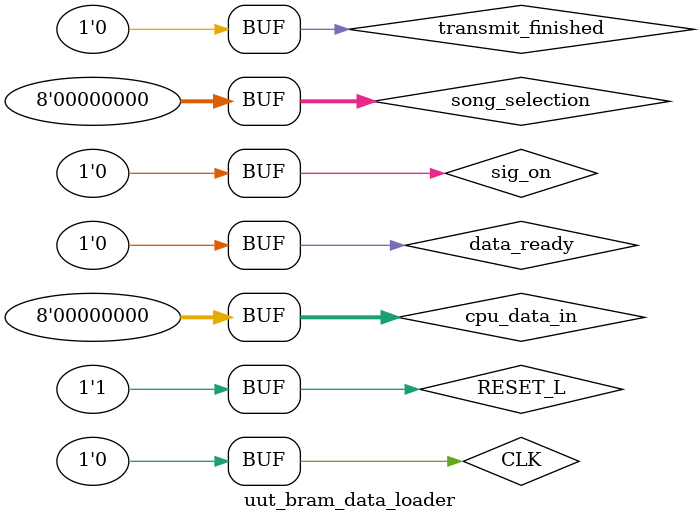
<source format=v>


`timescale 10ns / 1ps

module uut_bram_data_loader #
(
	parameter addr_width = 13,
	parameter data_width_in_byte = 3,
	parameter [7:0] static_init_aux_info = 8'b00000000,
	parameter restarting_timeout = 1000000
)
();
	// BRAM¡£
	wire [addr_width - 1 : 0] bram_addr_w;
	wire [data_width_in_byte * 8 - 1 : 0] bram_data_in;
	wire bram_en_w;

	// ¿ØÖÆ¡£
	reg sig_on;
	wire sig_done;

	// CPU Êý¾Ý½»»¥¡£
	wire restart;
	wire [7:0] init_index;
	wire [7:0] init_aux_info;
	wire request_data;
	reg data_ready;
	reg [7:0] cpu_data_in;
	reg transmit_finished;

	// Íâ²¿ÐÅÏ¢¡£
	reg [7:0] song_selection;

	// ¸´Î»ÓëÊ±ÖÓ¡£
	reg RESET_L;
	reg CLK;

	bram_data_loader_t #
	(
		.addr_width(addr_width),
		.data_width_in_byte (data_width_in_byte ),
		.static_init_aux_info(static_init_aux_info),
		.restarting_timeout(restarting_timeout)
	) U1 (
		.bram_addr_w(bram_addr_w),
		.bram_data_in(bram_data_in),
		.bram_en_w(bram_en_w),
		.sig_on(sig_on),
		.sig_done(sig_done),
		.restart(restart),
		.init_index(init_index),
		.init_aux_info(init_aux_info),
		.request_data(request_data),
		.data_ready(data_ready),
		.cpu_data_in(cpu_data_in),
		.transmit_finished(transmit_finished),
		.song_selection(song_selection),
		.RESET_L(RESET_L),
		.CLK(CLK)
	);

	always begin
		#0.05;
		CLK = 1;
		#0.5;
		CLK = 0;
		#0.45;
	end

	initial begin
		RESET_L = 0;
		CLK = 0;

		sig_on = 0;
		data_ready = 0;
		cpu_data_in = 0;
		transmit_finished = 0;
		song_selection = 0;

		#105;
		RESET_L = 1;
	end

endmodule
</source>
